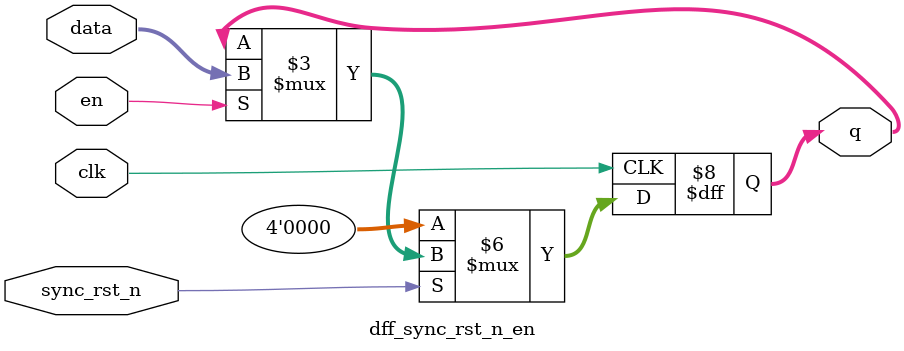
<source format=sv>
module dff_sync_rst_n_en
#(
    parameter int unsigned WIDTH = 4
)
(
    input logic clk,
    input logic sync_rst_n,

    input logic en,

    input logic [WIDTH-1:0] data,

    output logic [WIDTH-1:0] q
);

always_ff @(posedge clk)
begin
    if(!sync_rst_n)
        q <= {WIDTH{1'b0}};
    else if (en)
        q <= data;
end

endmodule

</source>
